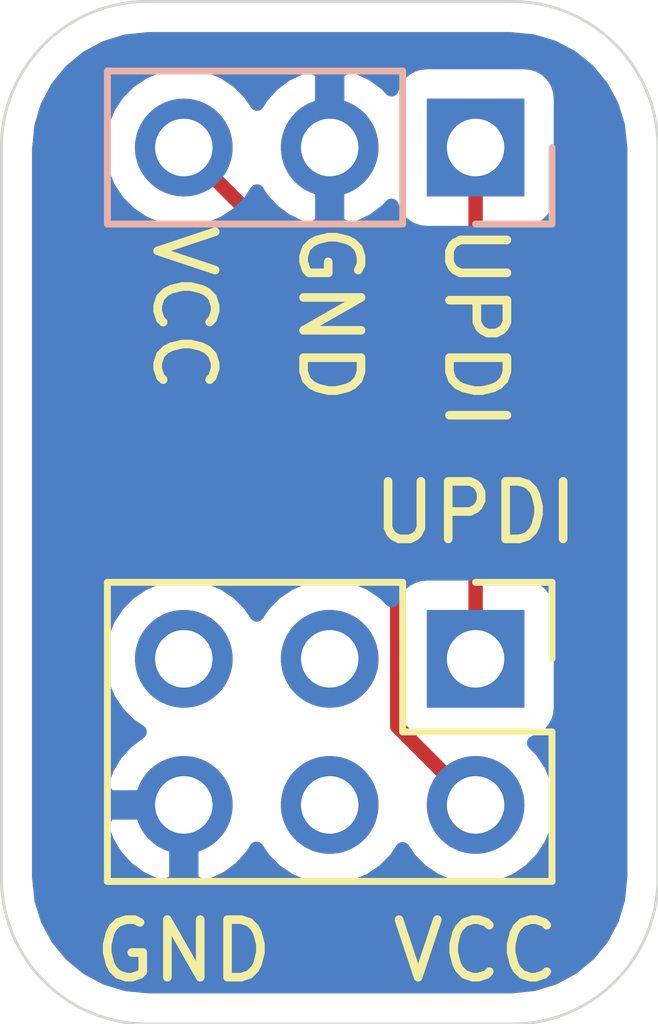
<source format=kicad_pcb>
(kicad_pcb (version 20171130) (host pcbnew "(5.1.10-0-10_14)")

  (general
    (thickness 1.6)
    (drawings 14)
    (tracks 4)
    (zones 0)
    (modules 2)
    (nets 7)
  )

  (page A4)
  (layers
    (0 F.Cu signal)
    (31 B.Cu signal)
    (32 B.Adhes user)
    (33 F.Adhes user)
    (34 B.Paste user)
    (35 F.Paste user)
    (36 B.SilkS user)
    (37 F.SilkS user)
    (38 B.Mask user)
    (39 F.Mask user)
    (40 Dwgs.User user)
    (41 Cmts.User user)
    (42 Eco1.User user)
    (43 Eco2.User user)
    (44 Edge.Cuts user)
    (45 Margin user)
    (46 B.CrtYd user)
    (47 F.CrtYd user)
    (48 B.Fab user)
    (49 F.Fab user)
  )

  (setup
    (last_trace_width 0.25)
    (trace_clearance 0.2)
    (zone_clearance 0.508)
    (zone_45_only no)
    (trace_min 0.2)
    (via_size 0.8)
    (via_drill 0.4)
    (via_min_size 0.4)
    (via_min_drill 0.3)
    (uvia_size 0.3)
    (uvia_drill 0.1)
    (uvias_allowed no)
    (uvia_min_size 0.2)
    (uvia_min_drill 0.1)
    (edge_width 0.05)
    (segment_width 0.2)
    (pcb_text_width 0.3)
    (pcb_text_size 1.5 1.5)
    (mod_edge_width 0.12)
    (mod_text_size 1 1)
    (mod_text_width 0.15)
    (pad_size 1.524 1.524)
    (pad_drill 0.762)
    (pad_to_mask_clearance 0)
    (aux_axis_origin 0 0)
    (visible_elements 7FFFFFFF)
    (pcbplotparams
      (layerselection 0x010f0_ffffffff)
      (usegerberextensions true)
      (usegerberattributes false)
      (usegerberadvancedattributes false)
      (creategerberjobfile false)
      (excludeedgelayer true)
      (linewidth 0.100000)
      (plotframeref false)
      (viasonmask false)
      (mode 1)
      (useauxorigin false)
      (hpglpennumber 1)
      (hpglpenspeed 20)
      (hpglpendiameter 15.000000)
      (psnegative false)
      (psa4output false)
      (plotreference true)
      (plotvalue true)
      (plotinvisibletext false)
      (padsonsilk false)
      (subtractmaskfromsilk false)
      (outputformat 1)
      (mirror false)
      (drillshape 0)
      (scaleselection 1)
      (outputdirectory "gerbers/"))
  )

  (net 0 "")
  (net 1 "Net-(J1-Pad5)")
  (net 2 "Net-(J1-Pad3)")
  (net 3 "Net-(J1-Pad4)")
  (net 4 /GND)
  (net 5 /VCC)
  (net 6 /UPDI)

  (net_class Default "This is the default net class."
    (clearance 0.2)
    (trace_width 0.25)
    (via_dia 0.8)
    (via_drill 0.4)
    (uvia_dia 0.3)
    (uvia_drill 0.1)
    (add_net /GND)
    (add_net /UPDI)
    (add_net /VCC)
    (add_net "Net-(J1-Pad3)")
    (add_net "Net-(J1-Pad4)")
    (add_net "Net-(J1-Pad5)")
  )

  (module Connector_PinHeader_2.54mm:PinHeader_2x03_P2.54mm_Vertical (layer F.Cu) (tedit 59FED5CC) (tstamp 61815392)
    (at 132.08 80.01 270)
    (descr "Through hole straight pin header, 2x03, 2.54mm pitch, double rows")
    (tags "Through hole pin header THT 2x03 2.54mm double row")
    (path /6180F789)
    (fp_text reference J1 (at 1.27 7.62 270) (layer F.SilkS) hide
      (effects (font (size 1 1) (thickness 0.15)))
    )
    (fp_text value UPDI (at 1.27 7.41 90) (layer F.Fab)
      (effects (font (size 1 1) (thickness 0.15)))
    )
    (fp_line (start 4.35 -1.8) (end -1.8 -1.8) (layer F.CrtYd) (width 0.05))
    (fp_line (start 4.35 6.85) (end 4.35 -1.8) (layer F.CrtYd) (width 0.05))
    (fp_line (start -1.8 6.85) (end 4.35 6.85) (layer F.CrtYd) (width 0.05))
    (fp_line (start -1.8 -1.8) (end -1.8 6.85) (layer F.CrtYd) (width 0.05))
    (fp_line (start -1.33 -1.33) (end 0 -1.33) (layer F.SilkS) (width 0.12))
    (fp_line (start -1.33 0) (end -1.33 -1.33) (layer F.SilkS) (width 0.12))
    (fp_line (start 1.27 -1.33) (end 3.87 -1.33) (layer F.SilkS) (width 0.12))
    (fp_line (start 1.27 1.27) (end 1.27 -1.33) (layer F.SilkS) (width 0.12))
    (fp_line (start -1.33 1.27) (end 1.27 1.27) (layer F.SilkS) (width 0.12))
    (fp_line (start 3.87 -1.33) (end 3.87 6.41) (layer F.SilkS) (width 0.12))
    (fp_line (start -1.33 1.27) (end -1.33 6.41) (layer F.SilkS) (width 0.12))
    (fp_line (start -1.33 6.41) (end 3.87 6.41) (layer F.SilkS) (width 0.12))
    (fp_line (start -1.27 0) (end 0 -1.27) (layer F.Fab) (width 0.1))
    (fp_line (start -1.27 6.35) (end -1.27 0) (layer F.Fab) (width 0.1))
    (fp_line (start 3.81 6.35) (end -1.27 6.35) (layer F.Fab) (width 0.1))
    (fp_line (start 3.81 -1.27) (end 3.81 6.35) (layer F.Fab) (width 0.1))
    (fp_line (start 0 -1.27) (end 3.81 -1.27) (layer F.Fab) (width 0.1))
    (fp_text user %R (at 1.27 2.54) (layer F.Fab)
      (effects (font (size 1 1) (thickness 0.15)))
    )
    (pad 6 thru_hole oval (at 2.54 5.08 270) (size 1.7 1.7) (drill 1) (layers *.Cu *.Mask)
      (net 4 /GND))
    (pad 5 thru_hole oval (at 0 5.08 270) (size 1.7 1.7) (drill 1) (layers *.Cu *.Mask)
      (net 1 "Net-(J1-Pad5)"))
    (pad 4 thru_hole oval (at 2.54 2.54 270) (size 1.7 1.7) (drill 1) (layers *.Cu *.Mask)
      (net 3 "Net-(J1-Pad4)"))
    (pad 3 thru_hole oval (at 0 2.54 270) (size 1.7 1.7) (drill 1) (layers *.Cu *.Mask)
      (net 2 "Net-(J1-Pad3)"))
    (pad 2 thru_hole oval (at 2.54 0 270) (size 1.7 1.7) (drill 1) (layers *.Cu *.Mask)
      (net 5 /VCC))
    (pad 1 thru_hole rect (at 0 0 270) (size 1.7 1.7) (drill 1) (layers *.Cu *.Mask)
      (net 6 /UPDI))
    (model ${KISYS3DMOD}/Connector_PinHeader_2.54mm.3dshapes/PinHeader_2x03_P2.54mm_Vertical.wrl
      (at (xyz 0 0 0))
      (scale (xyz 1 1 1))
      (rotate (xyz 0 0 0))
    )
  )

  (module Connector_PinHeader_2.54mm:PinHeader_1x03_P2.54mm_Vertical (layer B.Cu) (tedit 59FED5CC) (tstamp 5FB57184)
    (at 132.08 71.12 90)
    (descr "Through hole straight pin header, 1x03, 2.54mm pitch, single row")
    (tags "Through hole pin header THT 1x03 2.54mm single row")
    (path /5FBFAE54)
    (fp_text reference J2 (at 0 2.33 90) (layer B.SilkS) hide
      (effects (font (size 1 1) (thickness 0.15)) (justify mirror))
    )
    (fp_text value 3PIN (at 0 -7.41 90) (layer B.Fab)
      (effects (font (size 1 1) (thickness 0.15)) (justify mirror))
    )
    (fp_line (start 1.8 1.8) (end -1.8 1.8) (layer B.CrtYd) (width 0.05))
    (fp_line (start 1.8 -6.85) (end 1.8 1.8) (layer B.CrtYd) (width 0.05))
    (fp_line (start -1.8 -6.85) (end 1.8 -6.85) (layer B.CrtYd) (width 0.05))
    (fp_line (start -1.8 1.8) (end -1.8 -6.85) (layer B.CrtYd) (width 0.05))
    (fp_line (start -1.33 1.33) (end 0 1.33) (layer B.SilkS) (width 0.12))
    (fp_line (start -1.33 0) (end -1.33 1.33) (layer B.SilkS) (width 0.12))
    (fp_line (start -1.33 -1.27) (end 1.33 -1.27) (layer B.SilkS) (width 0.12))
    (fp_line (start 1.33 -1.27) (end 1.33 -6.41) (layer B.SilkS) (width 0.12))
    (fp_line (start -1.33 -1.27) (end -1.33 -6.41) (layer B.SilkS) (width 0.12))
    (fp_line (start -1.33 -6.41) (end 1.33 -6.41) (layer B.SilkS) (width 0.12))
    (fp_line (start -1.27 0.635) (end -0.635 1.27) (layer B.Fab) (width 0.1))
    (fp_line (start -1.27 -6.35) (end -1.27 0.635) (layer B.Fab) (width 0.1))
    (fp_line (start 1.27 -6.35) (end -1.27 -6.35) (layer B.Fab) (width 0.1))
    (fp_line (start 1.27 1.27) (end 1.27 -6.35) (layer B.Fab) (width 0.1))
    (fp_line (start -0.635 1.27) (end 1.27 1.27) (layer B.Fab) (width 0.1))
    (fp_text user %R (at 0 -2.54 180) (layer B.Fab)
      (effects (font (size 1 1) (thickness 0.15)) (justify mirror))
    )
    (pad 3 thru_hole oval (at 0 -5.08 90) (size 1.7 1.7) (drill 1) (layers *.Cu *.Mask)
      (net 5 /VCC))
    (pad 2 thru_hole oval (at 0 -2.54 90) (size 1.7 1.7) (drill 1) (layers *.Cu *.Mask)
      (net 4 /GND))
    (pad 1 thru_hole rect (at 0 0 90) (size 1.7 1.7) (drill 1) (layers *.Cu *.Mask)
      (net 6 /UPDI))
    (model ${KISYS3DMOD}/Connector_PinHeader_2.54mm.3dshapes/PinHeader_1x03_P2.54mm_Vertical.wrl
      (at (xyz 0 0 0))
      (scale (xyz 1 1 1))
      (rotate (xyz 0 0 0))
    )
  )

  (gr_text UPDI (at 132.08 77.47) (layer F.SilkS)
    (effects (font (size 1 1) (thickness 0.15)))
  )
  (gr_text GND (at 127 85.09) (layer F.SilkS)
    (effects (font (size 1 1) (thickness 0.15)))
  )
  (gr_text VCC (at 132.08 85.09) (layer F.SilkS)
    (effects (font (size 1 1) (thickness 0.15)))
  )
  (gr_arc (start 132.715 83.82) (end 132.715 86.36) (angle -90) (layer Edge.Cuts) (width 0.05))
  (gr_arc (start 126.365 83.82) (end 123.825 83.82) (angle -90) (layer Edge.Cuts) (width 0.05))
  (gr_arc (start 126.365 71.12) (end 126.365 68.58) (angle -90) (layer Edge.Cuts) (width 0.05))
  (gr_arc (start 132.715 71.12) (end 135.255 71.12) (angle -90) (layer Edge.Cuts) (width 0.05))
  (gr_line (start 132.715 68.58) (end 126.365 68.58) (layer Edge.Cuts) (width 0.05))
  (gr_line (start 135.255 83.82) (end 135.255 71.12) (layer Edge.Cuts) (width 0.05))
  (gr_line (start 126.365 86.36) (end 132.715 86.36) (layer Edge.Cuts) (width 0.05))
  (gr_line (start 123.825 71.12) (end 123.825 83.82) (layer Edge.Cuts) (width 0.05))
  (gr_text GND (at 129.54 72.39 270) (layer F.SilkS)
    (effects (font (size 1 1) (thickness 0.15)) (justify left))
  )
  (gr_text VCC (at 127 72.39 -90) (layer F.SilkS)
    (effects (font (size 1 1) (thickness 0.15)) (justify left))
  )
  (gr_text UPDI (at 132.08 72.39 -90) (layer F.SilkS) (tstamp 5FB583DD)
    (effects (font (size 1 1) (thickness 0.15)) (justify left))
  )

  (segment (start 130.715001 74.835001) (end 130.715001 81.185001) (width 0.25) (layer F.Cu) (net 5))
  (segment (start 130.715001 81.185001) (end 132.08 82.55) (width 0.25) (layer F.Cu) (net 5))
  (segment (start 127 71.12) (end 130.715001 74.835001) (width 0.25) (layer F.Cu) (net 5))
  (segment (start 132.08 71.12) (end 132.08 80.01) (width 0.25) (layer F.Cu) (net 6))

  (zone (net 4) (net_name /GND) (layer F.Cu) (tstamp 6181825F) (hatch edge 0.508)
    (connect_pads (clearance 0.508))
    (min_thickness 0.254)
    (fill yes (arc_segments 32) (thermal_gap 0.508) (thermal_bridge_width 0.508))
    (polygon
      (pts
        (xy 135.255 86.36) (xy 123.825 86.36) (xy 123.825 68.58) (xy 135.255 68.58)
      )
    )
    (filled_polygon
      (pts
        (xy 133.079545 69.278909) (xy 133.430208 69.38478) (xy 133.753625 69.556744) (xy 134.037484 69.788254) (xy 134.270965 70.070486)
        (xy 134.445183 70.392695) (xy 134.553502 70.742614) (xy 134.595001 71.137452) (xy 134.595 83.787721) (xy 134.556091 84.184545)
        (xy 134.45022 84.535206) (xy 134.278257 84.858623) (xy 134.046748 85.142482) (xy 133.764514 85.375965) (xy 133.442304 85.550184)
        (xy 133.092385 85.658502) (xy 132.697557 85.7) (xy 126.397279 85.7) (xy 126.000455 85.661091) (xy 125.649794 85.55522)
        (xy 125.326377 85.383257) (xy 125.042518 85.151748) (xy 124.809035 84.869514) (xy 124.634816 84.547304) (xy 124.526498 84.197385)
        (xy 124.485 83.802557) (xy 124.485 82.906891) (xy 125.558519 82.906891) (xy 125.655843 83.181252) (xy 125.804822 83.431355)
        (xy 125.999731 83.647588) (xy 126.23308 83.821641) (xy 126.495901 83.946825) (xy 126.64311 83.991476) (xy 126.873 83.870155)
        (xy 126.873 82.677) (xy 125.679186 82.677) (xy 125.558519 82.906891) (xy 124.485 82.906891) (xy 124.485 71.152279)
        (xy 124.502505 70.97374) (xy 125.515 70.97374) (xy 125.515 71.26626) (xy 125.572068 71.553158) (xy 125.68401 71.823411)
        (xy 125.846525 72.066632) (xy 126.053368 72.273475) (xy 126.296589 72.43599) (xy 126.566842 72.547932) (xy 126.85374 72.605)
        (xy 127.14626 72.605) (xy 127.366408 72.561209) (xy 129.955001 75.149803) (xy 129.955002 78.578456) (xy 129.68626 78.525)
        (xy 129.39374 78.525) (xy 129.106842 78.582068) (xy 128.836589 78.69401) (xy 128.593368 78.856525) (xy 128.386525 79.063368)
        (xy 128.27 79.23776) (xy 128.153475 79.063368) (xy 127.946632 78.856525) (xy 127.703411 78.69401) (xy 127.433158 78.582068)
        (xy 127.14626 78.525) (xy 126.85374 78.525) (xy 126.566842 78.582068) (xy 126.296589 78.69401) (xy 126.053368 78.856525)
        (xy 125.846525 79.063368) (xy 125.68401 79.306589) (xy 125.572068 79.576842) (xy 125.515 79.86374) (xy 125.515 80.15626)
        (xy 125.572068 80.443158) (xy 125.68401 80.713411) (xy 125.846525 80.956632) (xy 126.053368 81.163475) (xy 126.229406 81.2811)
        (xy 125.999731 81.452412) (xy 125.804822 81.668645) (xy 125.655843 81.918748) (xy 125.558519 82.193109) (xy 125.679186 82.423)
        (xy 126.873 82.423) (xy 126.873 82.403) (xy 127.127 82.403) (xy 127.127 82.423) (xy 127.147 82.423)
        (xy 127.147 82.677) (xy 127.127 82.677) (xy 127.127 83.870155) (xy 127.35689 83.991476) (xy 127.504099 83.946825)
        (xy 127.76692 83.821641) (xy 128.000269 83.647588) (xy 128.195178 83.431355) (xy 128.264805 83.314466) (xy 128.386525 83.496632)
        (xy 128.593368 83.703475) (xy 128.836589 83.86599) (xy 129.106842 83.977932) (xy 129.39374 84.035) (xy 129.68626 84.035)
        (xy 129.973158 83.977932) (xy 130.243411 83.86599) (xy 130.486632 83.703475) (xy 130.693475 83.496632) (xy 130.81 83.32224)
        (xy 130.926525 83.496632) (xy 131.133368 83.703475) (xy 131.376589 83.86599) (xy 131.646842 83.977932) (xy 131.93374 84.035)
        (xy 132.22626 84.035) (xy 132.513158 83.977932) (xy 132.783411 83.86599) (xy 133.026632 83.703475) (xy 133.233475 83.496632)
        (xy 133.39599 83.253411) (xy 133.507932 82.983158) (xy 133.565 82.69626) (xy 133.565 82.40374) (xy 133.507932 82.116842)
        (xy 133.39599 81.846589) (xy 133.233475 81.603368) (xy 133.10162 81.471513) (xy 133.17418 81.449502) (xy 133.284494 81.390537)
        (xy 133.381185 81.311185) (xy 133.460537 81.214494) (xy 133.519502 81.10418) (xy 133.555812 80.984482) (xy 133.568072 80.86)
        (xy 133.568072 79.16) (xy 133.555812 79.035518) (xy 133.519502 78.91582) (xy 133.460537 78.805506) (xy 133.381185 78.708815)
        (xy 133.284494 78.629463) (xy 133.17418 78.570498) (xy 133.054482 78.534188) (xy 132.93 78.521928) (xy 132.84 78.521928)
        (xy 132.84 72.608072) (xy 132.93 72.608072) (xy 133.054482 72.595812) (xy 133.17418 72.559502) (xy 133.284494 72.500537)
        (xy 133.381185 72.421185) (xy 133.460537 72.324494) (xy 133.519502 72.21418) (xy 133.555812 72.094482) (xy 133.568072 71.97)
        (xy 133.568072 70.27) (xy 133.555812 70.145518) (xy 133.519502 70.02582) (xy 133.460537 69.915506) (xy 133.381185 69.818815)
        (xy 133.284494 69.739463) (xy 133.17418 69.680498) (xy 133.054482 69.644188) (xy 132.93 69.631928) (xy 131.23 69.631928)
        (xy 131.105518 69.644188) (xy 130.98582 69.680498) (xy 130.875506 69.739463) (xy 130.778815 69.818815) (xy 130.699463 69.915506)
        (xy 130.640498 70.02582) (xy 130.616034 70.106466) (xy 130.540269 70.022412) (xy 130.30692 69.848359) (xy 130.044099 69.723175)
        (xy 129.89689 69.678524) (xy 129.667 69.799845) (xy 129.667 70.993) (xy 129.687 70.993) (xy 129.687 71.247)
        (xy 129.667 71.247) (xy 129.667 71.267) (xy 129.413 71.267) (xy 129.413 71.247) (xy 129.393 71.247)
        (xy 129.393 70.993) (xy 129.413 70.993) (xy 129.413 69.799845) (xy 129.18311 69.678524) (xy 129.035901 69.723175)
        (xy 128.77308 69.848359) (xy 128.539731 70.022412) (xy 128.344822 70.238645) (xy 128.275195 70.355534) (xy 128.153475 70.173368)
        (xy 127.946632 69.966525) (xy 127.703411 69.80401) (xy 127.433158 69.692068) (xy 127.14626 69.635) (xy 126.85374 69.635)
        (xy 126.566842 69.692068) (xy 126.296589 69.80401) (xy 126.053368 69.966525) (xy 125.846525 70.173368) (xy 125.68401 70.416589)
        (xy 125.572068 70.686842) (xy 125.515 70.97374) (xy 124.502505 70.97374) (xy 124.523909 70.755455) (xy 124.62978 70.404792)
        (xy 124.801744 70.081375) (xy 125.033254 69.797516) (xy 125.315486 69.564035) (xy 125.637695 69.389817) (xy 125.987614 69.281498)
        (xy 126.382443 69.24) (xy 132.682721 69.24)
      )
    )
  )
  (zone (net 4) (net_name /GND) (layer B.Cu) (tstamp 6181825C) (hatch edge 0.508)
    (connect_pads (clearance 0.508))
    (min_thickness 0.254)
    (fill yes (arc_segments 32) (thermal_gap 0.508) (thermal_bridge_width 0.508))
    (polygon
      (pts
        (xy 135.255 86.36) (xy 123.825 86.36) (xy 123.825 68.58) (xy 135.255 68.58)
      )
    )
    (filled_polygon
      (pts
        (xy 133.079545 69.278909) (xy 133.430208 69.38478) (xy 133.753625 69.556744) (xy 134.037484 69.788254) (xy 134.270965 70.070486)
        (xy 134.445183 70.392695) (xy 134.553502 70.742614) (xy 134.595001 71.137452) (xy 134.595 83.787721) (xy 134.556091 84.184545)
        (xy 134.45022 84.535206) (xy 134.278257 84.858623) (xy 134.046748 85.142482) (xy 133.764514 85.375965) (xy 133.442304 85.550184)
        (xy 133.092385 85.658502) (xy 132.697557 85.7) (xy 126.397279 85.7) (xy 126.000455 85.661091) (xy 125.649794 85.55522)
        (xy 125.326377 85.383257) (xy 125.042518 85.151748) (xy 124.809035 84.869514) (xy 124.634816 84.547304) (xy 124.526498 84.197385)
        (xy 124.485 83.802557) (xy 124.485 82.906891) (xy 125.558519 82.906891) (xy 125.655843 83.181252) (xy 125.804822 83.431355)
        (xy 125.999731 83.647588) (xy 126.23308 83.821641) (xy 126.495901 83.946825) (xy 126.64311 83.991476) (xy 126.873 83.870155)
        (xy 126.873 82.677) (xy 125.679186 82.677) (xy 125.558519 82.906891) (xy 124.485 82.906891) (xy 124.485 79.86374)
        (xy 125.515 79.86374) (xy 125.515 80.15626) (xy 125.572068 80.443158) (xy 125.68401 80.713411) (xy 125.846525 80.956632)
        (xy 126.053368 81.163475) (xy 126.229406 81.2811) (xy 125.999731 81.452412) (xy 125.804822 81.668645) (xy 125.655843 81.918748)
        (xy 125.558519 82.193109) (xy 125.679186 82.423) (xy 126.873 82.423) (xy 126.873 82.403) (xy 127.127 82.403)
        (xy 127.127 82.423) (xy 127.147 82.423) (xy 127.147 82.677) (xy 127.127 82.677) (xy 127.127 83.870155)
        (xy 127.35689 83.991476) (xy 127.504099 83.946825) (xy 127.76692 83.821641) (xy 128.000269 83.647588) (xy 128.195178 83.431355)
        (xy 128.264805 83.314466) (xy 128.386525 83.496632) (xy 128.593368 83.703475) (xy 128.836589 83.86599) (xy 129.106842 83.977932)
        (xy 129.39374 84.035) (xy 129.68626 84.035) (xy 129.973158 83.977932) (xy 130.243411 83.86599) (xy 130.486632 83.703475)
        (xy 130.693475 83.496632) (xy 130.81 83.32224) (xy 130.926525 83.496632) (xy 131.133368 83.703475) (xy 131.376589 83.86599)
        (xy 131.646842 83.977932) (xy 131.93374 84.035) (xy 132.22626 84.035) (xy 132.513158 83.977932) (xy 132.783411 83.86599)
        (xy 133.026632 83.703475) (xy 133.233475 83.496632) (xy 133.39599 83.253411) (xy 133.507932 82.983158) (xy 133.565 82.69626)
        (xy 133.565 82.40374) (xy 133.507932 82.116842) (xy 133.39599 81.846589) (xy 133.233475 81.603368) (xy 133.10162 81.471513)
        (xy 133.17418 81.449502) (xy 133.284494 81.390537) (xy 133.381185 81.311185) (xy 133.460537 81.214494) (xy 133.519502 81.10418)
        (xy 133.555812 80.984482) (xy 133.568072 80.86) (xy 133.568072 79.16) (xy 133.555812 79.035518) (xy 133.519502 78.91582)
        (xy 133.460537 78.805506) (xy 133.381185 78.708815) (xy 133.284494 78.629463) (xy 133.17418 78.570498) (xy 133.054482 78.534188)
        (xy 132.93 78.521928) (xy 131.23 78.521928) (xy 131.105518 78.534188) (xy 130.98582 78.570498) (xy 130.875506 78.629463)
        (xy 130.778815 78.708815) (xy 130.699463 78.805506) (xy 130.640498 78.91582) (xy 130.618487 78.98838) (xy 130.486632 78.856525)
        (xy 130.243411 78.69401) (xy 129.973158 78.582068) (xy 129.68626 78.525) (xy 129.39374 78.525) (xy 129.106842 78.582068)
        (xy 128.836589 78.69401) (xy 128.593368 78.856525) (xy 128.386525 79.063368) (xy 128.27 79.23776) (xy 128.153475 79.063368)
        (xy 127.946632 78.856525) (xy 127.703411 78.69401) (xy 127.433158 78.582068) (xy 127.14626 78.525) (xy 126.85374 78.525)
        (xy 126.566842 78.582068) (xy 126.296589 78.69401) (xy 126.053368 78.856525) (xy 125.846525 79.063368) (xy 125.68401 79.306589)
        (xy 125.572068 79.576842) (xy 125.515 79.86374) (xy 124.485 79.86374) (xy 124.485 71.152279) (xy 124.502505 70.97374)
        (xy 125.515 70.97374) (xy 125.515 71.26626) (xy 125.572068 71.553158) (xy 125.68401 71.823411) (xy 125.846525 72.066632)
        (xy 126.053368 72.273475) (xy 126.296589 72.43599) (xy 126.566842 72.547932) (xy 126.85374 72.605) (xy 127.14626 72.605)
        (xy 127.433158 72.547932) (xy 127.703411 72.43599) (xy 127.946632 72.273475) (xy 128.153475 72.066632) (xy 128.275195 71.884466)
        (xy 128.344822 72.001355) (xy 128.539731 72.217588) (xy 128.77308 72.391641) (xy 129.035901 72.516825) (xy 129.18311 72.561476)
        (xy 129.413 72.440155) (xy 129.413 71.247) (xy 129.393 71.247) (xy 129.393 70.993) (xy 129.413 70.993)
        (xy 129.413 69.799845) (xy 129.667 69.799845) (xy 129.667 70.993) (xy 129.687 70.993) (xy 129.687 71.247)
        (xy 129.667 71.247) (xy 129.667 72.440155) (xy 129.89689 72.561476) (xy 130.044099 72.516825) (xy 130.30692 72.391641)
        (xy 130.540269 72.217588) (xy 130.616034 72.133534) (xy 130.640498 72.21418) (xy 130.699463 72.324494) (xy 130.778815 72.421185)
        (xy 130.875506 72.500537) (xy 130.98582 72.559502) (xy 131.105518 72.595812) (xy 131.23 72.608072) (xy 132.93 72.608072)
        (xy 133.054482 72.595812) (xy 133.17418 72.559502) (xy 133.284494 72.500537) (xy 133.381185 72.421185) (xy 133.460537 72.324494)
        (xy 133.519502 72.21418) (xy 133.555812 72.094482) (xy 133.568072 71.97) (xy 133.568072 70.27) (xy 133.555812 70.145518)
        (xy 133.519502 70.02582) (xy 133.460537 69.915506) (xy 133.381185 69.818815) (xy 133.284494 69.739463) (xy 133.17418 69.680498)
        (xy 133.054482 69.644188) (xy 132.93 69.631928) (xy 131.23 69.631928) (xy 131.105518 69.644188) (xy 130.98582 69.680498)
        (xy 130.875506 69.739463) (xy 130.778815 69.818815) (xy 130.699463 69.915506) (xy 130.640498 70.02582) (xy 130.616034 70.106466)
        (xy 130.540269 70.022412) (xy 130.30692 69.848359) (xy 130.044099 69.723175) (xy 129.89689 69.678524) (xy 129.667 69.799845)
        (xy 129.413 69.799845) (xy 129.18311 69.678524) (xy 129.035901 69.723175) (xy 128.77308 69.848359) (xy 128.539731 70.022412)
        (xy 128.344822 70.238645) (xy 128.275195 70.355534) (xy 128.153475 70.173368) (xy 127.946632 69.966525) (xy 127.703411 69.80401)
        (xy 127.433158 69.692068) (xy 127.14626 69.635) (xy 126.85374 69.635) (xy 126.566842 69.692068) (xy 126.296589 69.80401)
        (xy 126.053368 69.966525) (xy 125.846525 70.173368) (xy 125.68401 70.416589) (xy 125.572068 70.686842) (xy 125.515 70.97374)
        (xy 124.502505 70.97374) (xy 124.523909 70.755455) (xy 124.62978 70.404792) (xy 124.801744 70.081375) (xy 125.033254 69.797516)
        (xy 125.315486 69.564035) (xy 125.637695 69.389817) (xy 125.987614 69.281498) (xy 126.382443 69.24) (xy 132.682721 69.24)
      )
    )
  )
)

</source>
